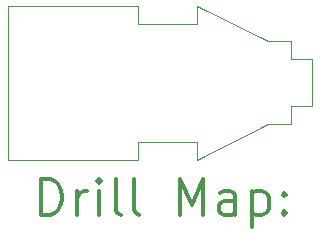
<source format=gbr>
%FSLAX45Y45*%
G04 Gerber Fmt 4.5, Leading zero omitted, Abs format (unit mm)*
G04 Created by KiCad (PCBNEW (5.1.6)-1) date 2022-09-21 11:03:21*
%MOMM*%
%LPD*%
G01*
G04 APERTURE LIST*
%TA.AperFunction,Profile*%
%ADD10C,0.050000*%
%TD*%
%ADD11C,0.200000*%
%ADD12C,0.300000*%
G04 APERTURE END LIST*
D10*
X16300000Y-12350000D02*
X16900000Y-12050000D01*
X16200000Y-12200000D02*
X16300000Y-12200000D01*
X16300000Y-11050000D02*
X16900000Y-11350000D01*
X16200000Y-11200000D02*
X16300000Y-11200000D01*
X16300000Y-11200000D02*
X16300000Y-11050000D01*
X15800000Y-11200000D02*
X16200000Y-11200000D01*
X16300000Y-12200000D02*
X16300000Y-12350000D01*
X15800000Y-12200000D02*
X16200000Y-12200000D01*
X15800000Y-11050000D02*
X15800000Y-11200000D01*
X15800000Y-12350000D02*
X15800000Y-12200000D01*
X15600000Y-11050000D02*
X15800000Y-11050000D01*
X15600000Y-12350000D02*
X15800000Y-12350000D01*
X17100000Y-12050000D02*
X16900000Y-12050000D01*
X17100000Y-11350000D02*
X16900000Y-11350000D01*
X17100000Y-11900000D02*
X17100000Y-12050000D01*
X17275000Y-11900000D02*
X17100000Y-11900000D01*
X17100000Y-11500000D02*
X17100000Y-11350000D01*
X17275000Y-11500000D02*
X17100000Y-11500000D01*
X17275000Y-11500000D02*
X17275000Y-11900000D01*
X14700000Y-12350000D02*
X15600000Y-12350000D01*
X14700000Y-11050000D02*
X15600000Y-11050000D01*
X14700000Y-12350000D02*
X14700000Y-11050000D01*
D11*
D12*
X14983928Y-12818214D02*
X14983928Y-12518214D01*
X15055357Y-12518214D01*
X15098214Y-12532500D01*
X15126786Y-12561071D01*
X15141071Y-12589643D01*
X15155357Y-12646786D01*
X15155357Y-12689643D01*
X15141071Y-12746786D01*
X15126786Y-12775357D01*
X15098214Y-12803929D01*
X15055357Y-12818214D01*
X14983928Y-12818214D01*
X15283928Y-12818214D02*
X15283928Y-12618214D01*
X15283928Y-12675357D02*
X15298214Y-12646786D01*
X15312500Y-12632500D01*
X15341071Y-12618214D01*
X15369643Y-12618214D01*
X15469643Y-12818214D02*
X15469643Y-12618214D01*
X15469643Y-12518214D02*
X15455357Y-12532500D01*
X15469643Y-12546786D01*
X15483928Y-12532500D01*
X15469643Y-12518214D01*
X15469643Y-12546786D01*
X15655357Y-12818214D02*
X15626786Y-12803929D01*
X15612500Y-12775357D01*
X15612500Y-12518214D01*
X15812500Y-12818214D02*
X15783928Y-12803929D01*
X15769643Y-12775357D01*
X15769643Y-12518214D01*
X16155357Y-12818214D02*
X16155357Y-12518214D01*
X16255357Y-12732500D01*
X16355357Y-12518214D01*
X16355357Y-12818214D01*
X16626786Y-12818214D02*
X16626786Y-12661071D01*
X16612500Y-12632500D01*
X16583928Y-12618214D01*
X16526786Y-12618214D01*
X16498214Y-12632500D01*
X16626786Y-12803929D02*
X16598214Y-12818214D01*
X16526786Y-12818214D01*
X16498214Y-12803929D01*
X16483928Y-12775357D01*
X16483928Y-12746786D01*
X16498214Y-12718214D01*
X16526786Y-12703929D01*
X16598214Y-12703929D01*
X16626786Y-12689643D01*
X16769643Y-12618214D02*
X16769643Y-12918214D01*
X16769643Y-12632500D02*
X16798214Y-12618214D01*
X16855357Y-12618214D01*
X16883928Y-12632500D01*
X16898214Y-12646786D01*
X16912500Y-12675357D01*
X16912500Y-12761071D01*
X16898214Y-12789643D01*
X16883928Y-12803929D01*
X16855357Y-12818214D01*
X16798214Y-12818214D01*
X16769643Y-12803929D01*
X17041071Y-12789643D02*
X17055357Y-12803929D01*
X17041071Y-12818214D01*
X17026786Y-12803929D01*
X17041071Y-12789643D01*
X17041071Y-12818214D01*
X17041071Y-12632500D02*
X17055357Y-12646786D01*
X17041071Y-12661071D01*
X17026786Y-12646786D01*
X17041071Y-12632500D01*
X17041071Y-12661071D01*
M02*

</source>
